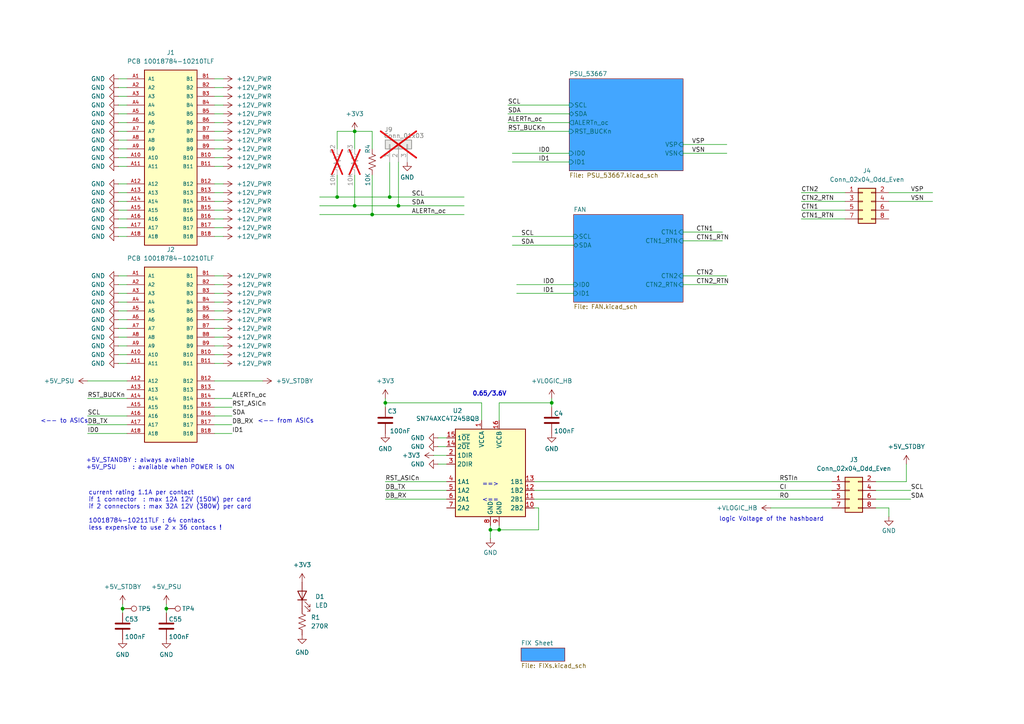
<source format=kicad_sch>
(kicad_sch (version 20231120) (generator "eeschema") (generator_version "8.0")
  (paper "A4")
  (lib_symbols
    (symbol "+3V3_1" (power) (pin_numbers hide) (pin_names (offset 0) hide)
      (property "Value" "+3V3" (at 0 3.556 0))
      (symbol "+3V3_1_0_1"
        (polyline (pts (xy -0.762 1.27) (xy 0 2.54)))
        (polyline (pts (xy 0 0) (xy 0 2.54)))
        (polyline (pts (xy 0 2.54) (xy 0.762 1.27)))
      )
      (symbol "+3V3_1_1_1"
        (pin power_in line (at 0 0 90) (length 0) (name "~") (number "1"))
      )
    )
    (symbol "10018784-10210TLF:10018784-10210TLF" (pin_names (offset 1.016))
      (property "Reference" "J" (at -7.6109 26.1679 0))
      (property "Value" "10018784-10210TLF" (at -7.6106 -28.0246 0))
      (symbol "10018784-10210TLF_0_0"
        (rectangle (start -7.62 -25.4) (end 7.62 25.4) (stroke (width 0.254)) (fill (type background)))
        (pin passive line (at -12.7 22.86 0) (length 5.08) (name "A1") (number "A1"))
        (pin passive line (at -12.7 0 0) (length 5.08) (name "A10") (number "A10"))
        (pin passive line (at -12.7 -2.54 0) (length 5.08) (name "A11") (number "A11"))
        (pin passive line (at -12.7 -7.62 0) (length 5.08) (name "A12") (number "A12"))
        (pin passive line (at -12.7 -10.16 0) (length 5.08) (name "A13") (number "A13"))
        (pin passive line (at -12.7 -12.7 0) (length 5.08) (name "A14") (number "A14"))
        (pin passive line (at -12.7 -15.24 0) (length 5.08) (name "A15") (number "A15"))
        (pin passive line (at -12.7 -17.78 0) (length 5.08) (name "A16") (number "A16"))
        (pin passive line (at -12.7 -20.32 0) (length 5.08) (name "A17") (number "A17"))
        (pin passive line (at -12.7 -22.86 0) (length 5.08) (name "A18") (number "A18"))
        (pin passive line (at -12.7 20.32 0) (length 5.08) (name "A2") (number "A2"))
        (pin passive line (at -12.7 17.78 0) (length 5.08) (name "A3") (number "A3"))
        (pin passive line (at -12.7 15.24 0) (length 5.08) (name "A4") (number "A4"))
        (pin passive line (at -12.7 12.7 0) (length 5.08) (name "A5") (number "A5"))
        (pin passive line (at -12.7 10.16 0) (length 5.08) (name "A6") (number "A6"))
        (pin passive line (at -12.7 7.62 0) (length 5.08) (name "A7") (number "A7"))
        (pin passive line (at -12.7 5.08 0) (length 5.08) (name "A8") (number "A8"))
        (pin passive line (at -12.7 2.54 0) (length 5.08) (name "A9") (number "A9"))
        (pin passive line (at 12.7 22.86 180) (length 5.08) (name "B1") (number "B1"))
        (pin passive line (at 12.7 0 180) (length 5.08) (name "B10") (number "B10"))
        (pin passive line (at 12.7 -2.54 180) (length 5.08) (name "B11") (number "B11"))
        (pin passive line (at 12.7 -7.62 180) (length 5.08) (name "B12") (number "B12"))
        (pin passive line (at 12.7 -10.16 180) (length 5.08) (name "B13") (number "B13"))
        (pin passive line (at 12.7 -12.7 180) (length 5.08) (name "B14") (number "B14"))
        (pin passive line (at 12.7 -15.24 180) (length 5.08) (name "B15") (number "B15"))
        (pin passive line (at 12.7 -17.78 180) (length 5.08) (name "B16") (number "B16"))
        (pin passive line (at 12.7 -20.32 180) (length 5.08) (name "B17") (number "B17"))
        (pin passive line (at 12.7 -22.86 180) (length 5.08) (name "B18") (number "B18"))
        (pin passive line (at 12.7 20.32 180) (length 5.08) (name "B2") (number "B2"))
        (pin passive line (at 12.7 17.78 180) (length 5.08) (name "B3") (number "B3"))
        (pin passive line (at 12.7 15.24 180) (length 5.08) (name "B4") (number "B4"))
        (pin passive line (at 12.7 12.7 180) (length 5.08) (name "B5") (number "B5"))
        (pin passive line (at 12.7 10.16 180) (length 5.08) (name "B6") (number "B6"))
        (pin passive line (at 12.7 7.62 180) (length 5.08) (name "B7") (number "B7"))
        (pin passive line (at 12.7 5.08 180) (length 5.08) (name "B8") (number "B8"))
        (pin passive line (at 12.7 2.54 180) (length 5.08) (name "B9") (number "B9"))
      )
    )
    (symbol "Connector:TestPoint" (pin_numbers hide) (pin_names (offset 0.762) hide)
      (property "Reference" "TP" (at 0 6.858 0))
      (property "Value" "TestPoint" (at 0 5.08 0))
      (symbol "TestPoint_0_1"
        (circle (center 0 3.302) (radius 0.762))
      )
      (symbol "TestPoint_1_1"
        (pin passive line (at 0 0 90) (length 2.54) (name "1") (number "1"))
      )
    )
    (symbol "Connector_Generic:Conn_01x03" (pin_names (offset 1.016) hide)
      (property "Reference" "J" (at 0 5.08 0))
      (property "Value" "Conn_01x03" (at 0 -5.08 0))
      (symbol "Conn_01x03_1_1"
        (rectangle (start -1.27 -2.413) (end 0 -2.667) (stroke (width 0.1524)))
        (rectangle (start -1.27 0.127) (end 0 -0.127) (stroke (width 0.1524)))
        (rectangle (start -1.27 2.667) (end 0 2.413) (stroke (width 0.1524)))
        (rectangle (start -1.27 3.81) (end 1.27 -3.81) (stroke (width 0.254)) (fill (type background)))
        (pin passive line (at -5.08 2.54 0) (length 3.81) (name "Pin_1") (number "1"))
        (pin passive line (at -5.08 0 0) (length 3.81) (name "Pin_2") (number "2"))
        (pin passive line (at -5.08 -2.54 0) (length 3.81) (name "Pin_3") (number "3"))
      )
    )
    (symbol "Connector_Generic:Conn_02x04_Odd_Even" (pin_names (offset 1.016) hide)
      (property "Reference" "J" (at 1.27 5.08 0))
      (property "Value" "Conn_02x04_Odd_Even" (at 1.27 -7.62 0))
      (symbol "Conn_02x04_Odd_Even_1_1"
        (rectangle (start -1.27 -4.953) (end 0 -5.207) (stroke (width 0.1524)))
        (rectangle (start -1.27 -2.413) (end 0 -2.667) (stroke (width 0.1524)))
        (rectangle (start -1.27 0.127) (end 0 -0.127) (stroke (width 0.1524)))
        (rectangle (start -1.27 2.667) (end 0 2.413) (stroke (width 0.1524)))
        (rectangle (start -1.27 3.81) (end 3.81 -6.35) (stroke (width 0.254)) (fill (type background)))
        (rectangle (start 3.81 -4.953) (end 2.54 -5.207) (stroke (width 0.1524)))
        (rectangle (start 3.81 -2.413) (end 2.54 -2.667) (stroke (width 0.1524)))
        (rectangle (start 3.81 0.127) (end 2.54 -0.127) (stroke (width 0.1524)))
        (rectangle (start 3.81 2.667) (end 2.54 2.413) (stroke (width 0.1524)))
        (pin passive line (at -5.08 2.54 0) (length 3.81) (name "Pin_1") (number "1"))
        (pin passive line (at 7.62 2.54 180) (length 3.81) (name "Pin_2") (number "2"))
        (pin passive line (at -5.08 0 0) (length 3.81) (name "Pin_3") (number "3"))
        (pin passive line (at 7.62 0 180) (length 3.81) (name "Pin_4") (number "4"))
        (pin passive line (at -5.08 -2.54 0) (length 3.81) (name "Pin_5") (number "5"))
        (pin passive line (at 7.62 -2.54 180) (length 3.81) (name "Pin_6") (number "6"))
        (pin passive line (at -5.08 -5.08 0) (length 3.81) (name "Pin_7") (number "7"))
        (pin passive line (at 7.62 -5.08 180) (length 3.81) (name "Pin_8") (number "8"))
      )
    )
    (symbol "Device:C" (pin_numbers hide) (pin_names (offset 0.254))
      (property "Reference" "C" (at 0.635 2.54 0))
      (property "Value" "C" (at 0.635 -2.54 0))
      (symbol "C_0_1"
        (polyline (pts (xy -2.032 -0.762) (xy 2.032 -0.762)) (stroke (width 0.508)))
        (polyline (pts (xy -2.032 0.762) (xy 2.032 0.762)) (stroke (width 0.508)))
      )
      (symbol "C_1_1"
        (pin passive line (at 0 3.81 270) (length 2.794) (name "~") (number "1"))
        (pin passive line (at 0 -3.81 90) (length 2.794) (name "~") (number "2"))
      )
    )
    (symbol "Device:LED" (pin_numbers hide) (pin_names (offset 1.016) hide)
      (property "Reference" "D" (at 0 2.54 0))
      (property "Value" "LED" (at 0 -2.54 0))
      (symbol "LED_0_1"
        (polyline (pts (xy -1.27 -1.27) (xy -1.27 1.27)) (stroke (width 0.254)))
        (polyline (pts (xy -1.27 0) (xy 1.27 0)))
        (polyline (pts (xy 1.27 -1.27) (xy 1.27 1.27) (xy -1.27 0) (xy 1.27 -1.27)) (stroke (width 0.254)))
        (polyline (pts (xy -3.048 -0.762) (xy -4.572 -2.286) (xy -3.81 -2.286) (xy -4.572 -2.286) (xy -4.572 -1.524)))
        (polyline (pts (xy -1.778 -0.762) (xy -3.302 -2.286) (xy -2.54 -2.286) (xy -3.302 -2.286) (xy -3.302 -1.524)))
      )
      (symbol "LED_1_1"
        (pin passive line (at -3.81 0 0) (length 2.54) (name "K") (number "1"))
        (pin passive line (at 3.81 0 180) (length 2.54) (name "A") (number "2"))
      )
    )
    (symbol "Device:R_US" (pin_numbers hide) (pin_names (offset 0))
      (property "Reference" "R" (at 2.54 0 90))
      (property "Value" "R_US" (at -2.54 0 90))
      (symbol "R_US_0_1"
        (polyline (pts (xy 0 -2.286) (xy 0 -2.54)))
        (polyline (pts (xy 0 2.286) (xy 0 2.54)))
        (polyline (pts (xy 0 -0.762) (xy 1.016 -1.143) (xy 0 -1.524) (xy -1.016 -1.905) (xy 0 -2.286)))
        (polyline (pts (xy 0 0.762) (xy 1.016 0.381) (xy 0 0) (xy -1.016 -0.381) (xy 0 -0.762)))
        (polyline (pts (xy 0 2.286) (xy 1.016 1.905) (xy 0 1.524) (xy -1.016 1.143) (xy 0 0.762)))
      )
      (symbol "R_US_1_1"
        (pin passive line (at 0 3.81 270) (length 1.27) (name "~") (number "1"))
        (pin passive line (at 0 -3.81 90) (length 1.27) (name "~") (number "2"))
      )
    )
    (symbol "EKO_Miner_ASIClib:SN74AXC4T245BQB"
      (property "Reference" "U" (at 6.604 16.002 0))
      (property "Value" "SN74AXC4T245BQB" (at 14.986 13.97 0))
      (symbol "SN74AXC4T245BQB_0_1"
        (rectangle (start -10.16 12.7) (end 10.16 -12.7) (stroke (width 0.254)) (fill (type background)))
      )
      (symbol "SN74AXC4T245BQB_1_1"
        (pin power_in line (at -2.54 15.24 270) (length 2.54) (name "VCCA") (number "1"))
        (pin bidirectional line (at 12.7 -10.16 180) (length 2.54) (name "2B2") (number "10"))
        (pin bidirectional line (at 12.7 -7.62 180) (length 2.54) (name "2B1") (number "11"))
        (pin bidirectional line (at 12.7 -5.08 180) (length 2.54) (name "1B2") (number "12"))
        (pin bidirectional line (at 12.7 -2.54 180) (length 2.54) (name "1B1") (number "13"))
        (pin input line (at -12.7 7.62 0) (length 2.54) (name "2~{OE}") (number "14"))
        (pin input line (at -12.7 10.16 0) (length 2.54) (name "1~{OE}") (number "15"))
        (pin power_in line (at 2.54 15.24 270) (length 2.54) (name "VCCB") (number "16"))
        (pin input line (at -12.7 5.08 0) (length 2.54) (name "1DIR") (number "2"))
        (pin input line (at -12.7 2.54 0) (length 2.54) (name "2DIR") (number "3"))
        (pin bidirectional line (at -12.7 -2.54 0) (length 2.54) (name "1A1") (number "4"))
        (pin bidirectional line (at -12.7 -5.08 0) (length 2.54) (name "1A2") (number "5"))
        (pin bidirectional line (at -12.7 -7.62 0) (length 2.54) (name "2A1") (number "6"))
        (pin bidirectional line (at -12.7 -10.16 0) (length 2.54) (name "2A2") (number "7"))
        (pin power_in line (at 0 -15.24 90) (length 2.54) (name "GND") (number "8"))
        (pin power_in line (at 2.54 -15.24 90) (length 2.54) (name "GND") (number "9"))
      )
    )
    (symbol "power:+3.3V" (power) (pin_names (offset 0))
      (property "Value" "+3.3V" (at 0 3.556 0))
      (symbol "+3.3V_0_1"
        (polyline (pts (xy -0.762 1.27) (xy 0 2.54)))
        (polyline (pts (xy 0 0) (xy 0 2.54)))
        (polyline (pts (xy 0 2.54) (xy 0.762 1.27)))
      )
      (symbol "+3.3V_1_1"
        (pin power_in line (at 0 0 90) (length 0) hide (name "+3.3V") (number "1"))
      )
    )
    (symbol "power:GND" (power) (pin_numbers hide) (pin_names (offset 0) hide)
      (property "Value" "GND" (at 0 -3.81 0))
      (symbol "GND_0_1"
        (polyline (pts (xy 0 0) (xy 0 -1.27) (xy 1.27 -1.27) (xy 0 -2.54) (xy -1.27 -1.27) (xy 0 -1.27)))
      )
      (symbol "GND_1_1"
        (pin power_in line (at 0 0 270) (length 0) (name "~") (number "1"))
      )
    )
    (symbol "power:VDD" (power) (pin_numbers hide) (pin_names (offset 0) hide)
      (property "Value" "VDD" (at 0 3.556 0))
      (symbol "VDD_0_1"
        (polyline (pts (xy -0.762 1.27) (xy 0 2.54)))
        (polyline (pts (xy 0 0) (xy 0 2.54)))
        (polyline (pts (xy 0 2.54) (xy 0.762 1.27)))
      )
      (symbol "VDD_1_1"
        (pin power_in line (at 0 0 90) (length 0) (name "~") (number "1"))
      )
    )
  )
  (junction (at 97.79 57.15))
  (junction (at 102.87 38.1))
  (junction (at 48.26 176.53))
  (junction (at 142.24 153.67))
  (junction (at 35.56 176.53))
  (junction (at 111.76 116.84))
  (junction (at 107.95 62.23))
  (junction (at 115.57 59.69))
  (junction (at 102.87 59.69))
  (junction (at 160.02 116.84))
  (junction (at 113.03 57.15))
  (junction (at 144.78 153.67))
  (wire (pts (xy 92.71 57.15) (xy 97.79 57.15)))
  (wire (pts (xy 129.54 132.08) (xy 125.73 132.08)))
  (wire (pts (xy 111.76 142.24) (xy 129.54 142.24)))
  (wire (pts (xy 62.23 33.02) (xy 64.77 33.02)))
  (wire (pts (xy 107.95 62.23) (xy 134.62 62.23)))
  (wire (pts (xy 107.95 50.8) (xy 107.95 62.23)))
  (wire (pts (xy 264.16 142.24) (xy 254 142.24)))
  (wire (pts (xy 62.23 43.18) (xy 64.77 43.18)))
  (wire (pts (xy 223.52 147.32) (xy 241.3 147.32)))
  (wire (pts (xy 25.4 110.49) (xy 36.83 110.49)))
  (wire (pts (xy 25.4 120.65) (xy 36.83 120.65)))
  (wire (pts (xy 34.29 102.87) (xy 36.83 102.87)))
  (wire (pts (xy 25.4 123.19) (xy 36.83 123.19)))
  (wire (pts (xy 64.77 92.71) (xy 62.23 92.71)))
  (wire (pts (xy 198.12 80.01) (xy 210.82 80.01)))
  (wire (pts (xy 62.23 60.96) (xy 64.77 60.96)))
  (wire (pts (xy 34.29 33.02) (xy 36.83 33.02)))
  (wire (pts (xy 148.59 68.58) (xy 166.37 68.58)))
  (wire (pts (xy 142.24 153.67) (xy 144.78 153.67)))
  (wire (pts (xy 34.29 100.33) (xy 36.83 100.33)))
  (wire (pts (xy 154.94 139.7) (xy 241.3 139.7)))
  (wire (pts (xy 264.16 144.78) (xy 254 144.78)))
  (wire (pts (xy 34.29 60.96) (xy 36.83 60.96)))
  (wire (pts (xy 34.29 87.63) (xy 36.83 87.63)))
  (wire (pts (xy 165.1 46.99) (xy 148.59 46.99)))
  (wire (pts (xy 64.77 87.63) (xy 62.23 87.63)))
  (wire (pts (xy 34.29 53.34) (xy 36.83 53.34)))
  (wire (pts (xy 34.29 45.72) (xy 36.83 45.72)))
  (wire (pts (xy 64.77 22.86) (xy 62.23 22.86)))
  (wire (pts (xy 34.29 55.88) (xy 36.83 55.88)))
  (wire (pts (xy 34.29 22.86) (xy 36.83 22.86)))
  (wire (pts (xy 198.12 41.91) (xy 210.82 41.91)))
  (wire (pts (xy 113.03 57.15) (xy 134.62 57.15)))
  (wire (pts (xy 111.76 118.11) (xy 111.76 116.84)))
  (wire (pts (xy 34.29 40.64) (xy 36.83 40.64)))
  (wire (pts (xy 111.76 144.78) (xy 129.54 144.78)))
  (wire (pts (xy 97.79 38.1) (xy 102.87 38.1)))
  (wire (pts (xy 144.78 116.84) (xy 144.78 121.92)))
  (wire (pts (xy 160.02 118.11) (xy 160.02 116.84)))
  (wire (pts (xy 34.29 90.17) (xy 36.83 90.17)))
  (wire (pts (xy 34.29 38.1) (xy 36.83 38.1)))
  (wire (pts (xy 142.24 153.67) (xy 142.24 156.21)))
  (wire (pts (xy 34.29 35.56) (xy 36.83 35.56)))
  (wire (pts (xy 62.23 110.49) (xy 76.2 110.49)))
  (wire (pts (xy 154.94 147.32) (xy 156.21 147.32)))
  (wire (pts (xy 64.77 63.5) (xy 62.23 63.5)))
  (wire (pts (xy 144.78 153.67) (xy 156.21 153.67)))
  (wire (pts (xy 198.12 69.85) (xy 209.55 69.85)))
  (wire (pts (xy 62.23 125.73) (xy 67.31 125.73)))
  (wire (pts (xy 64.77 30.48) (xy 62.23 30.48)))
  (wire (pts (xy 165.1 44.45) (xy 148.59 44.45)))
  (wire (pts (xy 64.77 45.72) (xy 62.23 45.72)))
  (wire (pts (xy 232.41 55.88) (xy 245.11 55.88)))
  (wire (pts (xy 34.29 80.01) (xy 36.83 80.01)))
  (wire (pts (xy 35.56 175.26) (xy 35.56 176.53)))
  (wire (pts (xy 115.57 46.99) (xy 115.57 59.69)))
  (wire (pts (xy 257.81 147.32) (xy 257.81 149.86)))
  (wire (pts (xy 232.41 63.5) (xy 245.11 63.5)))
  (wire (pts (xy 166.37 82.55) (xy 149.86 82.55)))
  (wire (pts (xy 34.29 27.94) (xy 36.83 27.94)))
  (wire (pts (xy 102.87 50.8) (xy 102.87 59.69)))
  (wire (pts (xy 147.32 30.48) (xy 165.1 30.48)))
  (wire (pts (xy 166.37 85.09) (xy 149.86 85.09)))
  (wire (pts (xy 62.23 25.4) (xy 64.77 25.4)))
  (wire (pts (xy 111.76 139.7) (xy 129.54 139.7)))
  (wire (pts (xy 102.87 38.1) (xy 102.87 43.18)))
  (wire (pts (xy 232.41 60.96) (xy 245.11 60.96)))
  (wire (pts (xy 34.29 97.79) (xy 36.83 97.79)))
  (wire (pts (xy 64.77 58.42) (xy 62.23 58.42)))
  (wire (pts (xy 34.29 85.09) (xy 36.83 85.09)))
  (wire (pts (xy 62.23 90.17) (xy 64.77 90.17)))
  (wire (pts (xy 62.23 120.65) (xy 67.31 120.65)))
  (wire (pts (xy 48.26 175.26) (xy 48.26 176.53)))
  (wire (pts (xy 154.94 142.24) (xy 241.3 142.24)))
  (wire (pts (xy 111.76 116.84) (xy 111.76 115.57)))
  (wire (pts (xy 129.54 129.54) (xy 127 129.54)))
  (wire (pts (xy 64.77 97.79) (xy 62.23 97.79)))
  (wire (pts (xy 257.81 58.42) (xy 270.51 58.42)))
  (wire (pts (xy 25.4 115.57) (xy 36.83 115.57)))
  (wire (pts (xy 64.77 40.64) (xy 62.23 40.64)))
  (wire (pts (xy 129.54 134.62) (xy 127 134.62)))
  (wire (pts (xy 102.87 59.69) (xy 115.57 59.69)))
  (wire (pts (xy 62.23 66.04) (xy 64.77 66.04)))
  (wire (pts (xy 62.23 115.57) (xy 67.31 115.57)))
  (wire (pts (xy 254 147.32) (xy 257.81 147.32)))
  (wire (pts (xy 142.24 152.4) (xy 142.24 153.67)))
  (wire (pts (xy 34.29 82.55) (xy 36.83 82.55)))
  (wire (pts (xy 62.23 95.25) (xy 64.77 95.25)))
  (wire (pts (xy 34.29 43.18) (xy 36.83 43.18)))
  (wire (pts (xy 62.23 105.41) (xy 64.77 105.41)))
  (wire (pts (xy 97.79 43.18) (xy 97.79 38.1)))
  (wire (pts (xy 97.79 57.15) (xy 113.03 57.15)))
  (wire (pts (xy 64.77 53.34) (xy 62.23 53.34)))
  (wire (pts (xy 147.32 35.56) (xy 165.1 35.56)))
  (wire (pts (xy 34.29 95.25) (xy 36.83 95.25)))
  (wire (pts (xy 154.94 144.78) (xy 241.3 144.78)))
  (wire (pts (xy 64.77 35.56) (xy 62.23 35.56)))
  (wire (pts (xy 198.12 67.31) (xy 209.55 67.31)))
  (wire (pts (xy 262.89 139.7) (xy 254 139.7)))
  (wire (pts (xy 34.29 58.42) (xy 36.83 58.42)))
  (wire (pts (xy 35.56 176.53) (xy 35.56 177.8)))
  (wire (pts (xy 262.89 134.62) (xy 262.89 139.7)))
  (wire (pts (xy 34.29 66.04) (xy 36.83 66.04)))
  (wire (pts (xy 111.76 116.84) (xy 139.7 116.84)))
  (wire (pts (xy 113.03 46.99) (xy 113.03 57.15)))
  (wire (pts (xy 156.21 147.32) (xy 156.21 153.67)))
  (wire (pts (xy 62.23 118.11) (xy 67.31 118.11)))
  (wire (pts (xy 147.32 33.02) (xy 165.1 33.02)))
  (wire (pts (xy 147.32 38.1) (xy 165.1 38.1)))
  (wire (pts (xy 48.26 176.53) (xy 48.26 177.8)))
  (wire (pts (xy 64.77 68.58) (xy 62.23 68.58)))
  (wire (pts (xy 198.12 44.45) (xy 210.82 44.45)))
  (wire (pts (xy 34.29 48.26) (xy 36.83 48.26)))
  (wire (pts (xy 160.02 116.84) (xy 160.02 115.57)))
  (wire (pts (xy 144.78 152.4) (xy 144.78 153.67)))
  (wire (pts (xy 139.7 121.92) (xy 139.7 116.84)))
  (wire (pts (xy 115.57 59.69) (xy 134.62 59.69)))
  (wire (pts (xy 62.23 100.33) (xy 64.77 100.33)))
  (wire (pts (xy 34.29 63.5) (xy 36.83 63.5)))
  (wire (pts (xy 257.81 55.88) (xy 270.51 55.88)))
  (wire (pts (xy 144.78 116.84) (xy 160.02 116.84)))
  (wire (pts (xy 34.29 68.58) (xy 36.83 68.58)))
  (wire (pts (xy 25.4 125.73) (xy 36.83 125.73)))
  (wire (pts (xy 62.23 38.1) (xy 64.77 38.1)))
  (wire (pts (xy 34.29 92.71) (xy 36.83 92.71)))
  (wire (pts (xy 62.23 48.26) (xy 64.77 48.26)))
  (wire (pts (xy 97.79 50.8) (xy 97.79 57.15)))
  (wire (pts (xy 198.12 82.55) (xy 210.82 82.55)))
  (wire (pts (xy 34.29 25.4) (xy 36.83 25.4)))
  (wire (pts (xy 62.23 82.55) (xy 64.77 82.55)))
  (wire (pts (xy 64.77 27.94) (xy 62.23 27.94)))
  (wire (pts (xy 62.23 55.88) (xy 64.77 55.88)))
  (wire (pts (xy 34.29 105.41) (xy 36.83 105.41)))
  (wire (pts (xy 148.59 71.12) (xy 166.37 71.12)))
  (wire (pts (xy 92.71 62.23) (xy 107.95 62.23)))
  (wire (pts (xy 62.23 123.19) (xy 67.31 123.19)))
  (wire (pts (xy 64.77 85.09) (xy 62.23 85.09)))
  (wire (pts (xy 92.71 59.69) (xy 102.87 59.69)))
  (wire (pts (xy 34.29 30.48) (xy 36.83 30.48)))
  (wire (pts (xy 107.95 38.1) (xy 107.95 43.18)))
  (wire (pts (xy 232.41 58.42) (xy 245.11 58.42)))
  (wire (pts (xy 64.77 80.01) (xy 62.23 80.01)))
  (wire (pts (xy 64.77 102.87) (xy 62.23 102.87)))
  (wire (pts (xy 127 127) (xy 129.54 127)))
  (wire (pts (xy 102.87 38.1) (xy 107.95 38.1)))
  (text "<-- from ASICs" (at 74.676 122.174 0) (effects (font (size 1.27 1.27)) (justify left)))
  (text "logic Voltage of the hashboard" (at 223.774 150.622 0) (effects (font (size 1.27 1.27))))
  (text "==>" (at 142.24 140.462 0) (effects (font (size 1.27 1.27))))
  (text "0.65/3.6V" (at 141.986 114.3 0) (effects (font (size 1.27 1.27) (bold yes))))
  (text "<==" (at 142.24 145.034 0) (effects (font (size 1.27 1.27))))
  (text "<-- to ASICs" (at 11.684 122.174 0) (effects (font (size 1.27 1.27)) (justify left)))
  (text "current rating 1.1A per contact\nif 1 connector  : max 12A 12V (150W) per card\nif 2 connectors : max 32A 12V (380W) per card\n\n10018784-10211TLF : 64 contacs\nless expensive to use 2 x 36 contacs !" (at 25.654 148.082 0) (effects (font (size 1.27 1.27)) (justify left)))
  (text "+5V_STANDBY : always available\n+5V_PSU     : available when POWER is ON" (at 24.892 134.62 0) (effects (font (size 1.27 1.27)) (justify left)))
  (label "RST_BUCKn" (at 25.4 115.57 0))
  (label "DB_RX" (at 111.76 144.78 0))
  (label "VSP" (at 264.16 55.88 0))
  (label "CTN1_RTN" (at 201.93 69.85 0))
  (label "SDA" (at 67.31 120.65 0))
  (label "SCL" (at 264.16 142.24 0))
  (label "SCL" (at 151.13 68.58 0))
  (label "RST_ASICn" (at 111.76 139.7 0))
  (label "VSP" (at 200.66 41.91 0))
  (label "ALERTn_oc" (at 147.32 35.56 0))
  (label "ALERTn_oc" (at 67.31 115.57 0))
  (label "ALERTn_oc" (at 119.38 62.23 0))
  (label "ID1" (at 156.21 46.99 0))
  (label "SCL" (at 25.4 120.65 0))
  (label "SDA" (at 147.32 33.02 0))
  (label "VSN" (at 200.66 44.45 0))
  (label "ID1" (at 157.48 85.09 0))
  (label "DB_TX" (at 111.76 142.24 0))
  (label "SCL" (at 119.38 57.15 0))
  (label "CTN1_RTN" (at 232.41 63.5 0))
  (label "ID1" (at 67.31 125.73 0))
  (label "CTN2_RTN" (at 232.41 58.42 0))
  (label "RST_ASICn" (at 67.31 118.11 0))
  (label "ID0" (at 25.4 125.73 0))
  (label "ID0" (at 157.48 82.55 0))
  (label "RSTIn" (at 226.06 139.7 0))
  (label "RST_BUCKn" (at 147.32 38.1 0))
  (label "CTN1" (at 232.41 60.96 0))
  (label "SDA" (at 119.38 59.69 0))
  (label "RO" (at 226.06 144.78 0))
  (label "SDA" (at 264.16 144.78 0))
  (label "CI" (at 226.06 142.24 0))
  (label "CTN2" (at 201.93 80.01 0))
  (label "DB_RX" (at 67.31 123.19 0))
  (label "ID0" (at 156.21 44.45 0))
  (label "CTN1" (at 201.93 67.31 0))
  (label "DB_TX" (at 25.4 123.19 0))
  (label "VSN" (at 264.16 58.42 0))
  (label "SDA" (at 151.13 71.12 0))
  (label "SCL" (at 147.32 30.48 0))
  (label "CTN2" (at 232.41 55.88 0))
  (label "CTN2_RTN" (at 201.93 82.55 0))
  (symbol (lib_id "power:+3.3V") (at 64.77 22.86 270) (unit 1)
    (property "Reference" "#PWR033" (effects (hide yes)))
    (property "Value" "+12V_PWR" (at 68.58 22.8599 90) (effects (justify left)))
  )
  (symbol (lib_id "Connector_Generic:Conn_02x04_Odd_Even") (at 250.19 58.42 0) (unit 1)
    (property "Reference" "J4" (at 251.46 49.53 0))
    (property "Value" "Conn_02x04_Odd_Even" (at 251.46 52.07 0))
    (property "Footprint" "EKO_Miner_ASIClib:M20_7810445" (effects (hide yes)))
    (property "Description" "Generic connector, double row, 02x04, odd/even pin numbering scheme (row 1 odd numbers, row 2 even numbers), script generated (kicad-library-utils/schlib/autogen/connector/)" (effects (hide yes)))
    (property "P/N MOUSER" "855-M20-7810445" (effects (hide yes)))
  )
  (symbol (lib_id "power:GND") (at 34.29 48.26 270) (unit 1)
    (property "Reference" "#PWR012" (effects (hide yes)))
    (property "Value" "GND" (at 30.48 48.2599 90) (effects (justify right)))
    (property "Description" "Power symbol creates a global label with name \"GND\" , ground" (effects (hide yes)))
  )
  (symbol (lib_id "power:+3.3V") (at 64.77 27.94 270) (unit 1)
    (property "Reference" "#PWR035" (effects (hide yes)))
    (property "Value" "+12V_PWR" (at 68.58 27.9399 90) (effects (justify left)))
  )
  (symbol (lib_id "power:GND") (at 34.29 27.94 270) (unit 1)
    (property "Reference" "#PWR04" (effects (hide yes)))
    (property "Value" "GND" (at 30.48 27.9399 90) (effects (justify right)))
    (property "Description" "Power symbol creates a global label with name \"GND\" , ground" (effects (hide yes)))
  )
  (symbol (lib_id "power:GND") (at 34.29 25.4 270) (unit 1)
    (property "Reference" "#PWR03" (effects (hide yes)))
    (property "Value" "GND" (at 30.48 25.3999 90) (effects (justify right)))
    (property "Description" "Power symbol creates a global label with name \"GND\" , ground" (effects (hide yes)))
  )
  (symbol (lib_id "power:+3.3V") (at 64.77 60.96 270) (unit 1)
    (property "Reference" "#PWR047" (effects (hide yes)))
    (property "Value" "+12V_PWR" (at 68.58 60.9599 90) (effects (justify left)))
  )
  (symbol (lib_id "power:GND") (at 34.29 63.5 270) (unit 1)
    (property "Reference" "#PWR017" (effects (hide yes)))
    (property "Value" "GND" (at 30.48 63.4999 90) (effects (justify right)))
    (property "Description" "Power symbol creates a global label with name \"GND\" , ground" (effects (hide yes)))
  )
  (symbol (lib_id "power:+3.3V") (at 64.77 90.17 270) (unit 1)
    (property "Reference" "#PWR055" (effects (hide yes)))
    (property "Value" "+12V_PWR" (at 68.58 90.1699 90) (effects (justify left)))
  )
  (symbol (lib_id "power:+3.3V") (at 48.26 175.26 0) (unit 1)
    (property "Reference" "#PWR0130" (effects (hide yes)))
    (property "Value" "+5V_PSU" (at 48.26 170.18 0))
  )
  (symbol (lib_id "power:GND") (at 34.29 100.33 270) (unit 1)
    (property "Reference" "#PWR028" (effects (hide yes)))
    (property "Value" "GND" (at 30.48 100.3299 90) (effects (justify right)))
    (property "Description" "Power symbol creates a global label with name \"GND\" , ground" (effects (hide yes)))
  )
  (symbol (lib_id "power:GND") (at 34.29 33.02 270) (unit 1)
    (property "Reference" "#PWR06" (effects (hide yes)))
    (property "Value" "GND" (at 30.48 33.0199 90) (effects (justify right)))
    (property "Description" "Power symbol creates a global label with name \"GND\" , ground" (effects (hide yes)))
  )
  (symbol (lib_id "power:GND") (at 34.29 58.42 270) (unit 1)
    (property "Reference" "#PWR015" (effects (hide yes)))
    (property "Value" "GND" (at 30.48 58.4199 90) (effects (justify right)))
    (property "Description" "Power symbol creates a global label with name \"GND\" , ground" (effects (hide yes)))
  )
  (symbol (lib_id "power:GND") (at 111.76 125.73 0) (mirror y) (unit 1)
    (property "Reference" "#PWR070" (effects (hide yes)))
    (property "Value" "GND" (at 111.76 130.175 0))
  )
  (symbol (lib_id "power:GND") (at 257.81 149.86 0) (mirror y) (unit 1)
    (property "Reference" "#PWR080" (effects (hide yes)))
    (property "Value" "GND" (at 257.81 153.924 0))
    (property "Description" "Power symbol creates a global label with name \"GND\" , ground" (effects (hide yes)))
  )
  (symbol (lib_id "power:+3.3V") (at 262.89 134.62 0) (mirror y) (unit 1)
    (property "Reference" "#PWR081" (effects (hide yes)))
    (property "Value" "+5V_STDBY" (at 262.89 129.54 0))
  )
  (symbol (lib_id "power:GND") (at 127 134.62 270) (mirror x) (unit 1)
    (property "Reference" "#PWR075" (effects (hide yes)))
    (property "Value" "GND" (at 123.19 134.6199 90) (effects (justify right)))
  )
  (symbol (lib_id "power:+3.3V") (at 64.77 48.26 270) (unit 1)
    (property "Reference" "#PWR043" (effects (hide yes)))
    (property "Value" "+12V_PWR" (at 68.58 48.2599 90) (effects (justify left)))
  )
  (symbol (lib_id "power:GND") (at 48.26 185.42 0) (mirror y) (unit 1)
    (property "Reference" "#PWR0127" (effects (hide yes)))
    (property "Value" "GND" (at 48.26 189.865 0))
  )
  (symbol (lib_id "power:GND") (at 34.29 30.48 270) (unit 1)
    (property "Reference" "#PWR05" (effects (hide yes)))
    (property "Value" "GND" (at 30.48 30.4799 90) (effects (justify right)))
    (property "Description" "Power symbol creates a global label with name \"GND\" , ground" (effects (hide yes)))
  )
  (symbol (lib_id "power:+3.3V") (at 64.77 25.4 270) (unit 1)
    (property "Reference" "#PWR034" (effects (hide yes)))
    (property "Value" "+12V_PWR" (at 68.58 25.3999 90) (effects (justify left)))
  )
  (symbol (lib_id "power:+3.3V") (at 64.77 58.42 270) (unit 1)
    (property "Reference" "#PWR046" (effects (hide yes)))
    (property "Value" "+12V_PWR" (at 68.58 58.4199 90) (effects (justify left)))
  )
  (symbol (lib_id "power:+3.3V") (at 64.77 85.09 270) (unit 1)
    (property "Reference" "#PWR053" (effects (hide yes)))
    (property "Value" "+12V_PWR" (at 68.58 85.0899 90) (effects (justify left)))
  )
  (symbol (lib_id "power:+3.3V") (at 64.77 33.02 270) (unit 1)
    (property "Reference" "#PWR037" (effects (hide yes)))
    (property "Value" "+12V_PWR" (at 68.58 33.0199 90) (effects (justify left)))
  )
  (symbol (lib_id "Device:R_US") (at 107.95 46.99 180) (unit 1)
    (property "Reference" "R4" (at 106.68 43.18 90))
    (property "Value" "10K" (at 106.68 52.07 90))
    (property "Footprint" "Resistor_SMD:R_0805_2012Metric" (effects (hide yes)))
  )
  (symbol (lib_id "power:GND") (at 87.63 184.15 0) (unit 1)
    (property "Reference" "#PWR067" (effects (hide yes)))
    (property "Value" "GND" (at 87.63 189.23 0))
    (property "Description" "Power symbol creates a global label with name \"GND\" , ground" (effects (hide yes)))
  )
  (symbol (lib_id "power:+3.3V") (at 64.77 87.63 270) (unit 1)
    (property "Reference" "#PWR054" (effects (hide yes)))
    (property "Value" "+12V_PWR" (at 68.58 87.6299 90) (effects (justify left)))
  )
  (symbol (lib_id "power:+3.3V") (at 64.77 66.04 270) (unit 1)
    (property "Reference" "#PWR049" (effects (hide yes)))
    (property "Value" "+12V_PWR" (at 68.58 66.0399 90) (effects (justify left)))
  )
  (symbol (lib_id "Device:C") (at 160.02 121.92 0) (unit 1)
    (property "Reference" "C4" (at 160.655 120.65 0) (effects (justify left bottom)))
    (property "Value" "100nF" (at 160.655 125.73 0) (effects (justify left bottom)))
    (property "Footprint" "Capacitor_SMD:C_0805_2012Metric" (effects (hide yes)))
    (property "P/N MOUSER" "791-SH21B104K101CT" (effects (hide yes)))
  )
  (symbol (lib_id "power:GND") (at 34.29 55.88 270) (unit 1)
    (property "Reference" "#PWR014" (effects (hide yes)))
    (property "Value" "GND" (at 30.48 55.8799 90) (effects (justify right)))
    (property "Description" "Power symbol creates a global label with name \"GND\" , ground" (effects (hide yes)))
  )
  (symbol (lib_id "Connector_Generic:Conn_02x04_Odd_Even") (at 246.38 142.24 0) (unit 1)
    (property "Reference" "J3" (at 247.65 133.35 0))
    (property "Value" "Conn_02x04_Odd_Even" (at 247.65 135.89 0))
    (property "Footprint" "EKO_Miner_ASIClib:M20_7810445" (effects (hide yes)))
    (property "Description" "Generic connector, double row, 02x04, odd/even pin numbering scheme (row 1 odd numbers, row 2 even numbers), script generated (kicad-library-utils/schlib/autogen/connector/)" (effects (hide yes)))
    (property "P/N MOUSER" "855-M20-7810445" (effects (hide yes)))
  )
  (symbol (lib_id "power:+3.3V") (at 64.77 40.64 270) (unit 1)
    (property "Reference" "#PWR040" (effects (hide yes)))
    (property "Value" "+12V_PWR" (at 68.58 40.6399 90) (effects (justify left)))
  )
  (symbol (lib_id "Connector_Generic:Conn_01x03") (at 115.57 41.91 90) (unit 1) (dnp yes)
    (property "Reference" "J9" (at 111.506 37.592 90) (effects (justify right)))
    (property "Value" "Conn_01x03" (at 111.252 39.37 90) (effects (justify right)))
    (property "Footprint" "Connector_PinHeader_2.54mm:PinHeader_1x03_P2.54mm_Vertical" (effects (hide yes)))
    (property "Description" "Generic connector, single row, 01x03, script generated (kicad-library-utils/schlib/autogen/connector/)" (effects (hide yes)))
  )
  (symbol (lib_id "power:GND") (at 34.29 80.01 270) (unit 1)
    (property "Reference" "#PWR020" (effects (hide yes)))
    (property "Value" "GND" (at 30.48 80.0099 90) (effects (justify right)))
    (property "Description" "Power symbol creates a global label with name \"GND\" , ground" (effects (hide yes)))
  )
  (symbol (lib_id "power:+3.3V") (at 64.77 38.1 270) (unit 1)
    (property "Reference" "#PWR039" (effects (hide yes)))
    (property "Value" "+12V_PWR" (at 68.58 38.0999 90) (effects (justify left)))
  )
  (symbol (lib_id "power:+3.3V") (at 64.77 45.72 270) (unit 1)
    (property "Reference" "#PWR042" (effects (hide yes)))
    (property "Value" "+12V_PWR" (at 68.58 45.7199 90) (effects (justify left)))
  )
  (symbol (lib_id "Connector:TestPoint") (at 35.56 176.53 270) (mirror x) (unit 1) (in_bom no)
    (property "Reference" "TP5" (at 41.91 176.53 90))
    (property "Value" "TestPoint" (effects (hide yes)))
    (property "Footprint" "TestPoint:TestPoint_Pad_D1.0mm" (effects (hide yes)))
  )
  (symbol (lib_id "Device:R_US") (at 87.63 180.34 180) (unit 1)
    (property "Reference" "R1" (at 90.17 179.0699 0) (effects (justify right)))
    (property "Value" "270R" (at 90.17 181.6099 0) (effects (justify right)))
    (property "Footprint" "Resistor_SMD:R_0805_2012Metric" (effects (hide yes)))
  )
  (symbol (lib_id "power:+3.3V") (at 64.77 95.25 270) (unit 1)
    (property "Reference" "#PWR057" (effects (hide yes)))
    (property "Value" "+12V_PWR" (at 68.58 95.2499 90) (effects (justify left)))
  )
  (symbol (lib_id "Device:LED") (at 87.63 172.72 90) (unit 1)
    (property "Reference" "D1" (at 91.44 173.0374 90) (effects (justify right)))
    (property "Value" "LED" (at 91.44 175.5774 90) (effects (justify right)))
    (property "Footprint" "LED_SMD:LED_0805_2012Metric_Pad1.15x1.40mm_HandSolder" (effects (hide yes)))
    (property "Description" "Light emitting diode" (effects (hide yes)))
    (property "P/N MOUSER" "859-LTST-C171GKT" (effects (hide yes)))
  )
  (symbol (lib_id "power:GND") (at 35.56 185.42 0) (mirror y) (unit 1)
    (property "Reference" "#PWR0129" (effects (hide yes)))
    (property "Value" "GND" (at 35.56 189.865 0))
  )
  (symbol (lib_id "power:GND") (at 34.29 60.96 270) (unit 1)
    (property "Reference" "#PWR016" (effects (hide yes)))
    (property "Value" "GND" (at 30.48 60.9599 90) (effects (justify right)))
    (property "Description" "Power symbol creates a global label with name \"GND\" , ground" (effects (hide yes)))
  )
  (symbol (lib_id "Connector:TestPoint") (at 48.26 176.53 270) (mirror x) (unit 1) (in_bom no)
    (property "Reference" "TP4" (at 54.61 176.53 90))
    (property "Value" "TestPoint" (effects (hide yes)))
    (property "Footprint" "TestPoint:TestPoint_Pad_D1.0mm" (effects (hide yes)))
  )
  (symbol (lib_name "+3V3_1") (lib_id "power:+3V3") (at 87.63 168.91 0) (mirror y) (unit 1)
    (property "Reference" "#PWR066" (effects (hide yes)))
    (property "Value" "+3V3" (at 87.63 163.83 0))
    (property "Description" "Power symbol creates a global label with name \"+3V3\"" (effects (hide yes)))
  )
  (symbol (lib_id "Device:C") (at 35.56 181.61 0) (unit 1)
    (property "Reference" "C53" (at 36.195 180.34 0) (effects (justify left bottom)))
    (property "Value" "100nF" (at 36.195 185.42 0) (effects (justify left bottom)))
    (property "Footprint" "Capacitor_SMD:C_0805_2012Metric" (effects (hide yes)))
    (property "P/N MOUSER" "791-SH21B104K101CT" (effects (hide yes)))
  )
  (symbol (lib_id "power:GND") (at 127 129.54 270) (mirror x) (unit 1)
    (property "Reference" "#PWR074" (effects (hide yes)))
    (property "Value" "GND" (at 123.19 129.5399 90) (effects (justify right)))
  )
  (symbol (lib_id "Device:R_US") (at 97.79 46.99 180) (unit 1) (dnp yes)
    (property "Reference" "R2" (at 96.52 43.18 90))
    (property "Value" "10K" (at 96.52 52.07 90))
    (property "Footprint" "Resistor_SMD:R_0805_2012Metric" (effects (hide yes)))
  )
  (symbol (lib_id "power:GND") (at 34.29 90.17 270) (unit 1)
    (property "Reference" "#PWR024" (effects (hide yes)))
    (property "Value" "GND" (at 30.48 90.1699 90) (effects (justify right)))
    (property "Description" "Power symbol creates a global label with name \"GND\" , ground" (effects (hide yes)))
  )
  (symbol (lib_id "power:+3.3V") (at 64.77 53.34 270) (unit 1)
    (property "Reference" "#PWR044" (effects (hide yes)))
    (property "Value" "+12V_PWR" (at 68.58 53.3399 90) (effects (justify left)))
  )
  (symbol (lib_id "power:+3.3V") (at 76.2 110.49 270) (unit 1)
    (property "Reference" "#PWR063" (effects (hide yes)))
    (property "Value" "+5V_STDBY" (at 80.01 110.4899 90) (effects (justify left)))
  )
  (symbol (lib_id "power:+3.3V") (at 64.77 80.01 270) (unit 1)
    (property "Reference" "#PWR051" (effects (hide yes)))
    (property "Value" "+12V_PWR" (at 68.58 80.0099 90) (effects (justify left)))
  )
  (symbol (lib_id "power:+3.3V") (at 64.77 68.58 270) (unit 1)
    (property "Reference" "#PWR050" (effects (hide yes)))
    (property "Value" "+12V_PWR" (at 68.58 68.5799 90) (effects (justify left)))
  )
  (symbol (lib_id "power:GND") (at 34.29 35.56 270) (unit 1)
    (property "Reference" "#PWR07" (effects (hide yes)))
    (property "Value" "GND" (at 30.48 35.5599 90) (effects (justify right)))
    (property "Description" "Power symbol creates a global label with name \"GND\" , ground" (effects (hide yes)))
  )
  (symbol (lib_id "power:GND") (at 142.24 156.21 0) (unit 1)
    (property "Reference" "#PWR076" (effects (hide yes)))
    (property "Value" "GND" (at 142.24 160.274 0))
    (property "Description" "Power symbol creates a global label with name \"GND\" , ground" (effects (hide yes)))
  )
  (symbol (lib_name "+3V3_1") (lib_id "power:+3V3") (at 111.76 115.57 0) (mirror y) (unit 1)
    (property "Reference" "#PWR031" (effects (hide yes)))
    (property "Value" "+3V3" (at 111.76 110.49 0))
    (property "Description" "Power symbol creates a global label with name \"+3V3\"" (effects (hide yes)))
  )
  (symbol (lib_id "power:+3.3V") (at 64.77 82.55 270) (unit 1)
    (property "Reference" "#PWR052" (effects (hide yes)))
    (property "Value" "+12V_PWR" (at 68.58 82.5499 90) (effects (justify left)))
  )
  (symbol (lib_id "power:GND") (at 34.29 92.71 270) (unit 1)
    (property "Reference" "#PWR025" (effects (hide yes)))
    (property "Value" "GND" (at 30.48 92.7099 90) (effects (justify right)))
    (property "Description" "Power symbol creates a global label with name \"GND\" , ground" (effects (hide yes)))
  )
  (symbol (lib_id "power:VDD") (at 160.02 115.57 0) (unit 1)
    (property "Reference" "#PWR077" (effects (hide yes)))
    (property "Value" "+VLOGIC_HB" (at 160.02 110.49 0))
    (property "Description" "Power symbol creates a global label with name \"VDD\"" (effects (hide yes)))
  )
  (symbol (lib_id "power:+3.3V") (at 64.77 55.88 270) (unit 1)
    (property "Reference" "#PWR045" (effects (hide yes)))
    (property "Value" "+12V_PWR" (at 68.58 55.8799 90) (effects (justify left)))
  )
  (symbol (lib_id "Device:R_US") (at 102.87 46.99 180) (unit 1) (dnp yes)
    (property "Reference" "R3" (at 101.6 43.18 90))
    (property "Value" "10K" (at 101.6 52.07 90))
    (property "Footprint" "Resistor_SMD:R_0805_2012Metric" (effects (hide yes)))
  )
  (symbol (lib_id "power:+3.3V") (at 64.77 100.33 270) (unit 1)
    (property "Reference" "#PWR059" (effects (hide yes)))
    (property "Value" "+12V_PWR" (at 68.58 100.3299 90) (effects (justify left)))
  )
  (symbol (lib_id "power:GND") (at 34.29 97.79 270) (unit 1)
    (property "Reference" "#PWR027" (effects (hide yes)))
    (property "Value" "GND" (at 30.48 97.7899 90) (effects (justify right)))
    (property "Description" "Power symbol creates a global label with name \"GND\" , ground" (effects (hide yes)))
  )
  (symbol (lib_id "power:+3.3V") (at 64.77 92.71 270) (unit 1)
    (property "Reference" "#PWR056" (effects (hide yes)))
    (property "Value" "+12V_PWR" (at 68.58 92.7099 90) (effects (justify left)))
  )
  (symbol (lib_id "power:GND") (at 34.29 95.25 270) (unit 1)
    (property "Reference" "#PWR026" (effects (hide yes)))
    (property "Value" "GND" (at 30.48 95.2499 90) (effects (justify right)))
    (property "Description" "Power symbol creates a global label with name \"GND\" , ground" (effects (hide yes)))
  )
  (symbol (lib_id "power:+3.3V") (at 64.77 105.41 270) (unit 1)
    (property "Reference" "#PWR061" (effects (hide yes)))
    (property "Value" "+12V_PWR" (at 68.58 105.4099 90) (effects (justify left)))
  )
  (symbol (lib_id "power:GND") (at 34.29 66.04 270) (unit 1)
    (property "Reference" "#PWR018" (effects (hide yes)))
    (property "Value" "GND" (at 30.48 66.0399 90) (effects (justify right)))
    (property "Description" "Power symbol creates a global label with name \"GND\" , ground" (effects (hide yes)))
  )
  (symbol (lib_id "power:GND") (at 160.02 125.73 0) (mirror y) (unit 1)
    (property "Reference" "#PWR078" (effects (hide yes)))
    (property "Value" "GND" (at 160.02 130.175 0))
  )
  (symbol (lib_id "power:GND") (at 34.29 68.58 270) (unit 1)
    (property "Reference" "#PWR019" (effects (hide yes)))
    (property "Value" "GND" (at 30.48 68.5799 90) (effects (justify right)))
    (property "Description" "Power symbol creates a global label with name \"GND\" , ground" (effects (hide yes)))
  )
  (symbol (lib_id "power:GND") (at 127 127 270) (mirror x) (unit 1)
    (property "Reference" "#PWR073" (effects (hide yes)))
    (property "Value" "GND" (at 123.19 126.9999 90) (effects (justify right)))
  )
  (symbol (lib_id "power:GND") (at 34.29 87.63 270) (unit 1)
    (property "Reference" "#PWR023" (effects (hide yes)))
    (property "Value" "GND" (at 30.48 87.6299 90) (effects (justify right)))
    (property "Description" "Power symbol creates a global label with name \"GND\" , ground" (effects (hide yes)))
  )
  (symbol (lib_id "power:GND") (at 34.29 105.41 270) (unit 1)
    (property "Reference" "#PWR030" (effects (hide yes)))
    (property "Value" "GND" (at 30.48 105.4099 90) (effects (justify right)))
    (property "Description" "Power symbol creates a global label with name \"GND\" , ground" (effects (hide yes)))
  )
  (symbol (lib_id "power:+3.3V") (at 64.77 30.48 270) (unit 1)
    (property "Reference" "#PWR036" (effects (hide yes)))
    (property "Value" "+12V_PWR" (at 68.58 30.4799 90) (effects (justify left)))
  )
  (symbol (lib_id "Device:C") (at 111.76 121.92 0) (unit 1)
    (property "Reference" "C3" (at 112.395 120.015 0) (effects (justify left bottom)))
    (property "Value" "100nF" (at 113.03 125.73 0) (effects (justify left bottom)))
    (property "Footprint" "Capacitor_SMD:C_0805_2012Metric" (effects (hide yes)))
    (property "P/N MOUSER" "791-SH21B104K101CT" (effects (hide yes)))
  )
  (symbol (lib_id "10018784-10210TLF:10018784-10210TLF") (at 49.53 102.87 0) (unit 1) (exclude_from_sim yes) (in_bom no)
    (property "Reference" "J2" (at 49.53 72.39 0))
    (property "Value" "PCB 10018784-10210TLF" (at 49.53 74.93 0))
    (property "Footprint" "Connector_PCBEdge:BUS_PCIexpress_x1" (effects (hide yes)))
    (property "Description" "https://www.snapeda.com/parts/10018784-10210TLF/Amphenol%20ICC/datasheet/" (effects (hide yes)))
    (property "MF" "Amphenol ICC" (effects (hide yes)))
    (property "Description_1" "\n36 Position Female Connector PCI Express™ Gold 0.039 (1.00mm) Black\n" (effects (hide yes)))
    (property "Package" "None" (effects (hide yes)))
    (property "Price" "None" (effects (hide yes)))
    (property "Check_prices" "https://www.snapeda.com/parts/10018784-10210TLF/Amphenol+FCI/view-part/?ref=eda" (effects (hide yes)))
    (property "STANDARD" "Manufacturer Recommendations" (effects (hide yes)))
    (property "PARTREV" "S" (effects (hide yes)))
    (property "Purchase-URL" "https://www.snapeda.com/api/url_track_click_mouser/?unipart_id=520950&manufacturer=Amphenol ICC&part_name=10018784-10210TLF&search_term=10018784-10210tlf" (effects (hide yes)))
  )
  (symbol (lib_id "10018784-10210TLF:10018784-10210TLF") (at 49.53 45.72 0) (unit 1) (exclude_from_sim yes) (in_bom no)
    (property "Reference" "J1" (at 49.53 15.24 0))
    (property "Value" "PCB 10018784-10210TLF" (at 49.53 17.78 0))
    (property "Footprint" "Connector_PCBEdge:BUS_PCIexpress_x1" (effects (hide yes)))
    (property "Description" "https://www.snapeda.com/parts/10018784-10210TLF/Amphenol%20ICC/datasheet/" (effects (hide yes)))
    (property "MF" "Amphenol ICC" (effects (hide yes)))
    (property "Description_1" "\n36 Position Female Connector PCI Express™ Gold 0.039 (1.00mm) Black\n" (effects (hide yes)))
    (property "Package" "None" (effects (hide yes)))
    (property "Price" "None" (effects (hide yes)))
    (property "Check_prices" "https://www.snapeda.com/parts/10018784-10210TLF/Amphenol+FCI/view-part/?ref=eda" (effects (hide yes)))
    (property "STANDARD" "Manufacturer Recommendations" (effects (hide yes)))
    (property "PARTREV" "S" (effects (hide yes)))
    (property "Purchase-URL" "https://www.snapeda.com/api/url_track_click_mouser/?unipart_id=520950&manufacturer=Amphenol ICC&part_name=10018784-10210TLF&search_term=10018784-10210tlf" (effects (hide yes)))
  )
  (symbol (lib_id "power:GND") (at 118.11 46.99 0) (mirror y) (unit 1)
    (property "Reference" "#PWR071" (effects (hide yes)))
    (property "Value" "GND" (at 118.11 51.435 0))
  )
  (symbol (lib_id "power:GND") (at 34.29 43.18 270) (unit 1)
    (property "Reference" "#PWR010" (effects (hide yes)))
    (property "Value" "GND" (at 30.48 43.1799 90) (effects (justify right)))
    (property "Description" "Power symbol creates a global label with name \"GND\" , ground" (effects (hide yes)))
  )
  (symbol (lib_id "power:GND") (at 34.29 53.34 270) (unit 1)
    (property "Reference" "#PWR013" (effects (hide yes)))
    (property "Value" "GND" (at 30.48 53.3399 90) (effects (justify right)))
    (property "Description" "Power symbol creates a global label with name \"GND\" , ground" (effects (hide yes)))
  )
  (symbol (lib_id "power:VDD") (at 223.52 147.32 90) (unit 1)
    (property "Reference" "#PWR079" (effects (hide yes)))
    (property "Value" "+VLOGIC_HB" (at 219.71 147.3199 90) (effects (justify left)))
    (property "Description" "Power symbol creates a global label with name \"VDD\"" (effects (hide yes)))
  )
  (symbol (lib_id "power:GND") (at 34.29 102.87 270) (unit 1)
    (property "Reference" "#PWR029" (effects (hide yes)))
    (property "Value" "GND" (at 30.48 102.8699 90) (effects (justify right)))
    (property "Description" "Power symbol creates a global label with name \"GND\" , ground" (effects (hide yes)))
  )
  (symbol (lib_id "power:+3.3V") (at 64.77 43.18 270) (unit 1)
    (property "Reference" "#PWR041" (effects (hide yes)))
    (property "Value" "+12V_PWR" (at 68.58 43.1799 90) (effects (justify left)))
  )
  (symbol (lib_id "power:+3.3V") (at 64.77 63.5 270) (unit 1)
    (property "Reference" "#PWR048" (effects (hide yes)))
    (property "Value" "+12V_PWR" (at 68.58 63.4999 90) (effects (justify left)))
  )
  (symbol (lib_id "power:GND") (at 34.29 22.86 270) (unit 1)
    (property "Reference" "#PWR02" (effects (hide yes)))
    (property "Value" "GND" (at 30.48 22.8599 90) (effects (justify right)))
    (property "Description" "Power symbol creates a global label with name \"GND\" , ground" (effects (hide yes)))
  )
  (symbol (lib_id "EKO_Miner_ASIClib:SN74AXC4T245BQB") (at 142.24 137.16 0) (unit 1)
    (property "Reference" "U2" (at 131.318 119.126 0) (effects (justify left)))
    (property "Value" "SN74AXC4T245BQB" (at 120.65 121.412 0) (effects (justify left)))
    (property "Footprint" "EKO_Miner_ASIClib:QFN50P350X250X80-17N" (effects (hide yes)))
    (property "Datasheet" "https://www.ti.com/lit/ds/symlink/sn74avc4t245.pdf" (effects (hide yes)))
    (property "Description" "4-Bit Dual-Supply Bus Transceiver With Configurable Voltage Translation and 3-State Outputs, WQFN16" (effects (hide yes)))
    (property "P/N MOUSER" "595-SN74AXC4T245BQBR" (effects (hide yes)))
  )
  (symbol (lib_id "Device:C") (at 48.26 181.61 0) (unit 1)
    (property "Reference" "C55" (at 48.895 180.34 0) (effects (justify left bottom)))
    (property "Value" "100nF" (at 48.895 185.42 0) (effects (justify left bottom)))
    (property "Footprint" "Capacitor_SMD:C_0805_2012Metric" (effects (hide yes)))
    (property "P/N MOUSER" "791-SH21B104K101CT" (effects (hide yes)))
  )
  (symbol (lib_id "power:GND") (at 34.29 38.1 270) (unit 1)
    (property "Reference" "#PWR08" (effects (hide yes)))
    (property "Value" "GND" (at 30.48 38.0999 90) (effects (justify right)))
    (property "Description" "Power symbol creates a global label with name \"GND\" , ground" (effects (hide yes)))
  )
  (symbol (lib_id "power:+3.3V") (at 64.77 97.79 270) (unit 1)
    (property "Reference" "#PWR058" (effects (hide yes)))
    (property "Value" "+12V_PWR" (at 68.58 97.7899 90) (effects (justify left)))
  )
  (symbol (lib_id "power:GND") (at 34.29 45.72 270) (unit 1)
    (property "Reference" "#PWR011" (effects (hide yes)))
    (property "Value" "GND" (at 30.48 45.7199 90) (effects (justify right)))
    (property "Description" "Power symbol creates a global label with name \"GND\" , ground" (effects (hide yes)))
  )
  (symbol (lib_name "+3V3_1") (lib_id "power:+3V3") (at 102.87 38.1 0) (mirror y) (unit 1)
    (property "Reference" "#PWR068" (effects (hide yes)))
    (property "Value" "+3V3" (at 102.87 33.02 0))
    (property "Description" "Power symbol creates a global label with name \"+3V3\"" (effects (hide yes)))
  )
  (symbol (lib_id "power:+3.3V") (at 64.77 102.87 270) (unit 1)
    (property "Reference" "#PWR060" (effects (hide yes)))
    (property "Value" "+12V_PWR" (at 68.58 102.8699 90) (effects (justify left)))
  )
  (symbol (lib_id "power:GND") (at 34.29 85.09 270) (unit 1)
    (property "Reference" "#PWR022" (effects (hide yes)))
    (property "Value" "GND" (at 30.48 85.0899 90) (effects (justify right)))
    (property "Description" "Power symbol creates a global label with name \"GND\" , ground" (effects (hide yes)))
  )
  (symbol (lib_id "power:+3.3V") (at 35.56 175.26 0) (unit 1)
    (property "Reference" "#PWR0133" (effects (hide yes)))
    (property "Value" "+5V_STDBY" (at 35.56 170.18 0))
  )
  (symbol (lib_id "power:+3.3V") (at 25.4 110.49 90) (unit 1)
    (property "Reference" "#PWR01" (effects (hide yes)))
    (property "Value" "+5V_PSU" (at 21.59 110.4899 90) (effects (justify left)))
  )
  (symbol (lib_id "power:GND") (at 34.29 40.64 270) (unit 1)
    (property "Reference" "#PWR09" (effects (hide yes)))
    (property "Value" "GND" (at 30.48 40.6399 90) (effects (justify right)))
    (property "Description" "Power symbol creates a global label with name \"GND\" , ground" (effects (hide yes)))
  )
  (symbol (lib_id "power:+3.3V") (at 64.77 35.56 270) (unit 1)
    (property "Reference" "#PWR038" (effects (hide yes)))
    (property "Value" "+12V_PWR" (at 68.58 35.5599 90) (effects (justify left)))
  )
  (symbol (lib_id "power:GND") (at 34.29 82.55 270) (unit 1)
    (property "Reference" "#PWR021" (effects (hide yes)))
    (property "Value" "GND" (at 30.48 82.5499 90) (effects (justify right)))
    (property "Description" "Power symbol creates a global label with name \"GND\" , ground" (effects (hide yes)))
  )
  (symbol (lib_name "+3V3_1") (lib_id "power:+3V3") (at 125.73 132.08 90) (mirror x) (unit 1)
    (property "Reference" "#PWR072" (effects (hide yes)))
    (property "Value" "+3V3" (at 121.92 132.0799 90) (effects (justify left)))
    (property "Description" "Power symbol creates a global label with name \"+3V3\"" (effects (hide yes)))
  )
  (sheet (at 151.13 187.96) (size 12.7 3.81) (stroke (width 0.1524)) (fill (color 67 166 255 1.0000))
    (property "Sheetname" "FIX Sheet" (at 151.13 187.2484 0) (effects (justify left bottom)))
    (property "Sheetfile" "FIXs.kicad_sch" (at 151.13 192.3546 0) (effects (justify left top)))
  )
  (sheet (at 166.37 62.23) (size 31.75 25.4) (stroke (width 0.1524)) (fill (color 67 166 255 1.0000))
    (property "Sheetname" "FAN" (at 166.37 61.5184 0) (effects (justify left bottom)))
    (property "Sheetfile" "FAN.kicad_sch" (at 166.37 88.2146 0) (effects (justify left top)))
    (pin "SDA" bidirectional (at 166.37 71.12 180))
    (pin "ID0" input (at 166.37 82.55 180))
    (pin "SCL" input (at 166.37 68.58 180))
    (pin "ID1" input (at 166.37 85.09 180))
    (pin "CTN1" input (at 198.12 67.31 0))
    (pin "CTN2" input (at 198.12 80.01 0))
    (pin "CTN1_RTN" input (at 198.12 69.85 0))
    (pin "CTN2_RTN" input (at 198.12 82.55 0))
  )
  (sheet (at 165.1 22.86) (size 33.02 26.67) (stroke (width 0.1524)) (fill (color 67 166 255 1.0000))
    (property "Sheetname" "PSU_53667" (at 165.1 22.1484 0) (effects (justify left bottom)))
    (property "Sheetfile" "PSU_53667.kicad_sch" (at 165.1 50.1146 0) (effects (justify left top)))
    (pin "ID1" input (at 165.1 46.99 180))
    (pin "ID0" input (at 165.1 44.45 180))
    (pin "SCL" input (at 165.1 30.48 180))
    (pin "ALERTn_oc" output (at 165.1 35.56 180))
    (pin "SDA" bidirectional (at 165.1 33.02 180))
    (pin "RST_BUCKn" input (at 165.1 38.1 180))
    (pin "VSN" input (at 198.12 44.45 0))
    (pin "VSP" input (at 198.12 41.91 0))
  )
)
</source>
